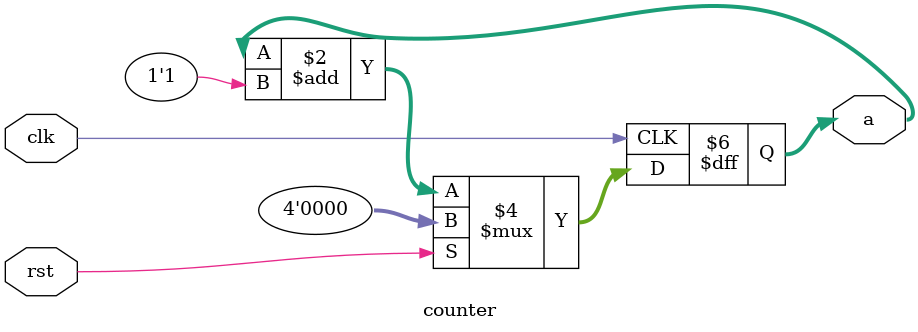
<source format=v>
`timescale 1ns / 1ps
`timescale 1ns / 1ps
//////////////////////////////////////////////////////////////////////////////////
// Company: 
// Engineer: 
// 
// Create Date:    12:47:38 04/04/2022 
// Design Name: 
// Module Name:    counter 
// Project Name: 
// Target Devices: 
// Tool versions: 
// Description: 
//
// Dependencies: 
//
// Revision: 
// Revision 0.01 - File Created
// Additional Comments: 
//
//////////////////////////////////////////////////////////////////////////////////
module counter(clk, rst, a);
	input clk, rst;
	// Example Verilog code for the counter 
	output reg [3:0] a; 
  
	always @ (posedge clk) begin
	  if (rst) 
		a <= 4'b0000; 
	  else 
		a <= a + 1'b1; 
	end
	
endmodule

</source>
